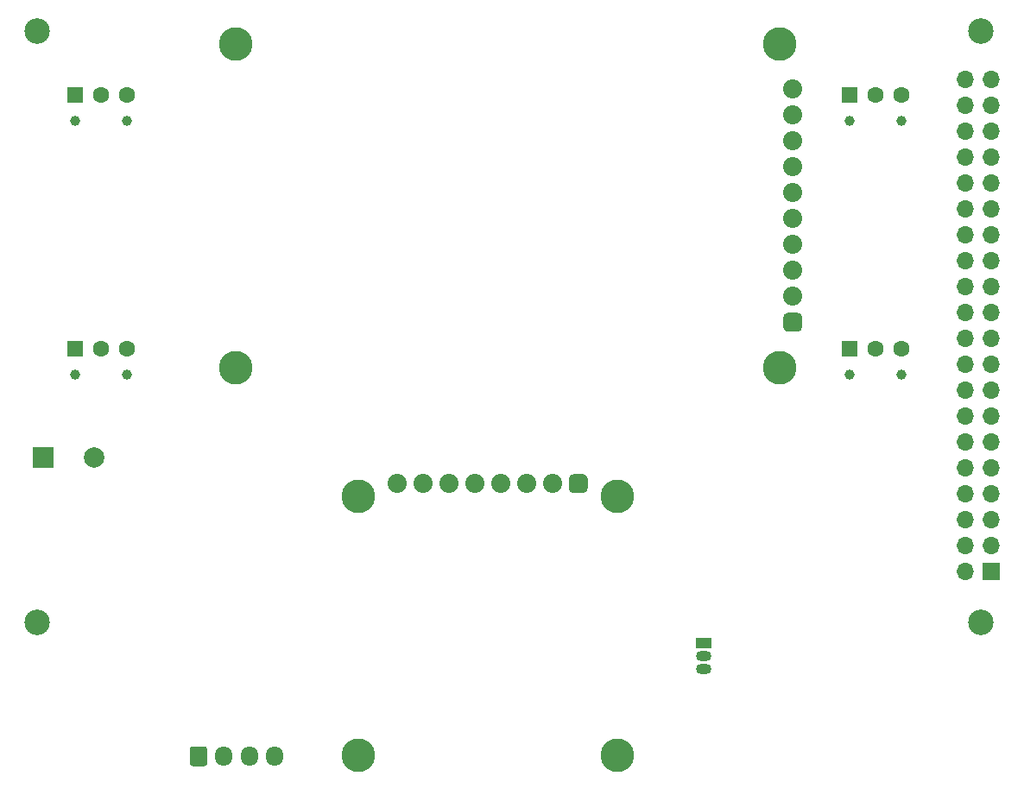
<source format=gbs>
%TF.GenerationSoftware,KiCad,Pcbnew,5.99.0+really5.1.12+dfsg1-1*%
%TF.CreationDate,2022-01-12T10:46:10+01:00*%
%TF.ProjectId,ba-imu,62612d69-6d75-42e6-9b69-6361645f7063,v01*%
%TF.SameCoordinates,Original*%
%TF.FileFunction,Soldermask,Bot*%
%TF.FilePolarity,Negative*%
%FSLAX46Y46*%
G04 Gerber Fmt 4.6, Leading zero omitted, Abs format (unit mm)*
G04 Created by KiCad (PCBNEW 5.99.0+really5.1.12+dfsg1-1) date 2022-01-12 10:46:10*
%MOMM*%
%LPD*%
G01*
G04 APERTURE LIST*
%ADD10R,1.500000X1.050000*%
%ADD11O,1.500000X1.050000*%
%ADD12C,2.000000*%
%ADD13R,2.000000X2.000000*%
%ADD14C,3.300000*%
%ADD15C,1.870000*%
%ADD16C,2.500000*%
%ADD17C,1.000000*%
%ADD18R,1.600000X1.600000*%
%ADD19C,1.600000*%
%ADD20O,1.700000X1.950000*%
%ADD21O,1.700000X1.700000*%
%ADD22R,1.700000X1.700000*%
G04 APERTURE END LIST*
D10*
X169143680Y-113766600D03*
D11*
X169143680Y-116306600D03*
X169143680Y-115036600D03*
D12*
X109343200Y-95554800D03*
D13*
X104343200Y-95554800D03*
D14*
X160619440Y-124777500D03*
X135219440Y-124777500D03*
X135219440Y-99377500D03*
X160619440Y-99377500D03*
D15*
X139029440Y-98107500D03*
X141569440Y-98107500D03*
X144109440Y-98107500D03*
X146649440Y-98107500D03*
X149189440Y-98107500D03*
X151729440Y-98107500D03*
X154269440Y-98107500D03*
G36*
G01*
X157744440Y-97640000D02*
X157744440Y-98575000D01*
G75*
G02*
X157276940Y-99042500I-467500J0D01*
G01*
X156341940Y-99042500D01*
G75*
G02*
X155874440Y-98575000I0J467500D01*
G01*
X155874440Y-97640000D01*
G75*
G02*
X156341940Y-97172500I467500J0D01*
G01*
X157276940Y-97172500D01*
G75*
G02*
X157744440Y-97640000I0J-467500D01*
G01*
G37*
D16*
X196250000Y-53750000D03*
X196250000Y-111750000D03*
X103750000Y-111750000D03*
X103750000Y-53750000D03*
D17*
X112585500Y-87376000D03*
X107505500Y-87376000D03*
D18*
X107505500Y-84836000D03*
D19*
X110045500Y-84836000D03*
X112585500Y-84836000D03*
X188468000Y-60000000D03*
X185928000Y-60000000D03*
D18*
X183388000Y-60000000D03*
D17*
X183388000Y-62540000D03*
X188468000Y-62540000D03*
D19*
X112585500Y-60000000D03*
X110045500Y-60000000D03*
D18*
X107505500Y-60000000D03*
D17*
X107505500Y-62540000D03*
X112585500Y-62540000D03*
X188468000Y-87376000D03*
X183388000Y-87376000D03*
D18*
X183388000Y-84836000D03*
D19*
X185928000Y-84836000D03*
X188468000Y-84836000D03*
D20*
X127070500Y-124841000D03*
X124570500Y-124841000D03*
X122070500Y-124841000D03*
G36*
G01*
X118720500Y-125566000D02*
X118720500Y-124116000D01*
G75*
G02*
X118970500Y-123866000I250000J0D01*
G01*
X120170500Y-123866000D01*
G75*
G02*
X120420500Y-124116000I0J-250000D01*
G01*
X120420500Y-125566000D01*
G75*
G02*
X120170500Y-125816000I-250000J0D01*
G01*
X118970500Y-125816000D01*
G75*
G02*
X118720500Y-125566000I0J250000D01*
G01*
G37*
D14*
X123218100Y-54973220D03*
X123218100Y-86723220D03*
X176558100Y-54973220D03*
X176558100Y-86723220D03*
D15*
X177838100Y-59418220D03*
X177838100Y-61958220D03*
X177838100Y-64498220D03*
X177838100Y-67038220D03*
X177838100Y-69578220D03*
X177838100Y-72118220D03*
X177838100Y-74658220D03*
X177838100Y-77198220D03*
X177838100Y-79738220D03*
G36*
G01*
X178305600Y-83213220D02*
X177370600Y-83213220D01*
G75*
G02*
X176903100Y-82745720I0J467500D01*
G01*
X176903100Y-81810720D01*
G75*
G02*
X177370600Y-81343220I467500J0D01*
G01*
X178305600Y-81343220D01*
G75*
G02*
X178773100Y-81810720I0J-467500D01*
G01*
X178773100Y-82745720D01*
G75*
G02*
X178305600Y-83213220I-467500J0D01*
G01*
G37*
D21*
X194730000Y-58470000D03*
X197270000Y-58470000D03*
X194730000Y-61010000D03*
X197270000Y-61010000D03*
X194730000Y-63550000D03*
X197270000Y-63550000D03*
X194730000Y-66090000D03*
X197270000Y-66090000D03*
X194730000Y-68630000D03*
X197270000Y-68630000D03*
X194730000Y-71170000D03*
X197270000Y-71170000D03*
X194730000Y-73710000D03*
X197270000Y-73710000D03*
X194730000Y-76250000D03*
X197270000Y-76250000D03*
X194730000Y-78790000D03*
X197270000Y-78790000D03*
X194730000Y-81330000D03*
X197270000Y-81330000D03*
X194730000Y-83870000D03*
X197270000Y-83870000D03*
X194730000Y-86410000D03*
X197270000Y-86410000D03*
X194730000Y-88950000D03*
X197270000Y-88950000D03*
X194730000Y-91490000D03*
X197270000Y-91490000D03*
X194730000Y-94030000D03*
X197270000Y-94030000D03*
X194730000Y-96570000D03*
X197270000Y-96570000D03*
X194730000Y-99110000D03*
X197270000Y-99110000D03*
X194730000Y-101650000D03*
X197270000Y-101650000D03*
X194730000Y-104190000D03*
X197270000Y-104190000D03*
X194730000Y-106730000D03*
D22*
X197270000Y-106730000D03*
M02*

</source>
